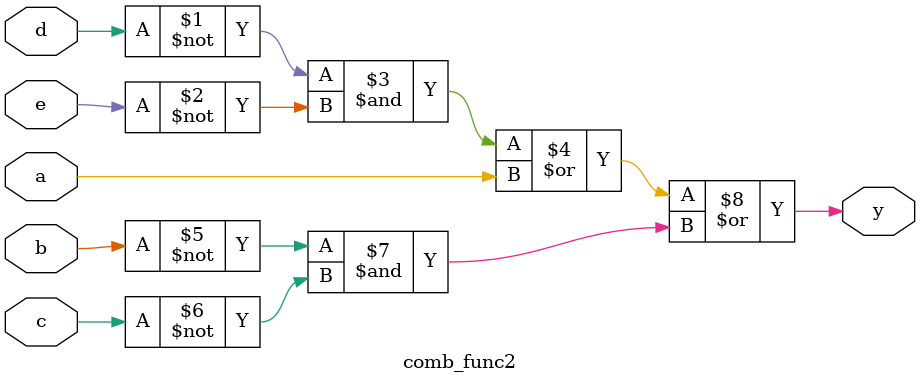
<source format=sv>
module comb_func2(input logic a, b, c, d, e, output logic y);
    assign y = (~d & ~e) | a | (~b & ~c);
endmodule

</source>
